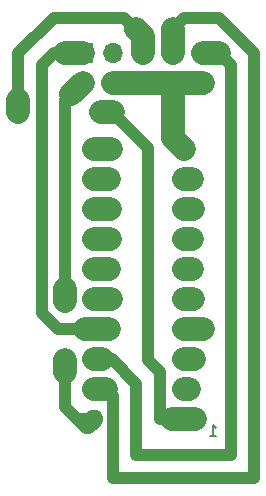
<source format=gbr>
%TF.GenerationSoftware,KiCad,Pcbnew,5.1.9*%
%TF.CreationDate,2021-06-26T11:33:51+02:00*%
%TF.ProjectId,burner,6275726e-6572-42e6-9b69-6361645f7063,rev?*%
%TF.SameCoordinates,Original*%
%TF.FileFunction,Copper,L2,Bot*%
%TF.FilePolarity,Positive*%
%FSLAX46Y46*%
G04 Gerber Fmt 4.6, Leading zero omitted, Abs format (unit mm)*
G04 Created by KiCad (PCBNEW 5.1.9) date 2021-06-26 11:33:51*
%MOMM*%
%LPD*%
G01*
G04 APERTURE LIST*
%TA.AperFunction,NonConductor*%
%ADD10C,0.200000*%
%TD*%
%TA.AperFunction,ComponentPad*%
%ADD11O,1.600000X1.600000*%
%TD*%
%TA.AperFunction,ComponentPad*%
%ADD12R,1.600000X1.600000*%
%TD*%
%TA.AperFunction,ComponentPad*%
%ADD13O,1.700000X1.700000*%
%TD*%
%TA.AperFunction,ComponentPad*%
%ADD14R,1.700000X1.700000*%
%TD*%
%TA.AperFunction,ViaPad*%
%ADD15C,0.800000*%
%TD*%
%TA.AperFunction,Conductor*%
%ADD16C,2.000000*%
%TD*%
%TA.AperFunction,Conductor*%
%ADD17C,1.000000*%
%TD*%
G04 APERTURE END LIST*
D10*
X143214285Y-116452380D02*
X143785714Y-116452380D01*
X143500000Y-116452380D02*
X143500000Y-115452380D01*
X143595238Y-115595238D01*
X143690476Y-115690476D01*
X143785714Y-115738095D01*
D11*
%TO.P,U1,20*%
%TO.N,/+5V*%
X133380000Y-115000000D03*
%TO.P,U1,10*%
%TO.N,/GND*%
X141000000Y-92140000D03*
%TO.P,U1,19*%
%TO.N,/SCK*%
X133380000Y-112460000D03*
%TO.P,U1,9*%
%TO.N,Net-(U1-Pad9)*%
X141000000Y-94680000D03*
%TO.P,U1,18*%
%TO.N,/MISO*%
X133380000Y-109920000D03*
%TO.P,U1,8*%
%TO.N,Net-(U1-Pad8)*%
X141000000Y-97220000D03*
%TO.P,U1,17*%
%TO.N,/MOSI*%
X133380000Y-107380000D03*
%TO.P,U1,7*%
%TO.N,Net-(U1-Pad7)*%
X141000000Y-99760000D03*
%TO.P,U1,16*%
%TO.N,Net-(U1-Pad16)*%
X133380000Y-104840000D03*
%TO.P,U1,6*%
%TO.N,Net-(U1-Pad6)*%
X141000000Y-102300000D03*
%TO.P,U1,15*%
%TO.N,Net-(U1-Pad15)*%
X133380000Y-102300000D03*
%TO.P,U1,5*%
%TO.N,Net-(U1-Pad5)*%
X141000000Y-104840000D03*
%TO.P,U1,14*%
%TO.N,Net-(U1-Pad14)*%
X133380000Y-99760000D03*
%TO.P,U1,4*%
%TO.N,Net-(U1-Pad4)*%
X141000000Y-107380000D03*
%TO.P,U1,13*%
%TO.N,Net-(U1-Pad13)*%
X133380000Y-97220000D03*
%TO.P,U1,3*%
%TO.N,Net-(U1-Pad3)*%
X141000000Y-109920000D03*
%TO.P,U1,12*%
%TO.N,Net-(U1-Pad12)*%
X133380000Y-94680000D03*
%TO.P,U1,2*%
%TO.N,Net-(U1-Pad2)*%
X141000000Y-112460000D03*
%TO.P,U1,11*%
%TO.N,Net-(U1-Pad11)*%
X133380000Y-92140000D03*
D12*
%TO.P,U1,1*%
%TO.N,/RESET*%
X141000000Y-115000000D03*
%TD*%
D13*
%TO.P,J1,10*%
%TO.N,/GND*%
X142620000Y-86540000D03*
%TO.P,J1,9*%
%TO.N,/MISO*%
X142620000Y-84000000D03*
%TO.P,J1,8*%
%TO.N,/GND*%
X140080000Y-86540000D03*
%TO.P,J1,7*%
%TO.N,/SCK*%
X140080000Y-84000000D03*
%TO.P,J1,6*%
%TO.N,/GND*%
X137540000Y-86540000D03*
%TO.P,J1,5*%
%TO.N,/RESET*%
X137540000Y-84000000D03*
%TO.P,J1,4*%
%TO.N,/GND*%
X135000000Y-86540000D03*
%TO.P,J1,3*%
%TO.N,Net-(J1-Pad3)*%
X135000000Y-84000000D03*
%TO.P,J1,2*%
%TO.N,/+5V*%
X132460000Y-86540000D03*
D14*
%TO.P,J1,1*%
%TO.N,/MOSI*%
X132460000Y-84000000D03*
%TD*%
D15*
%TO.N,/RESET*%
X134000000Y-89000000D03*
X127000000Y-89000000D03*
%TO.N,/+5V*%
X131000000Y-105000000D03*
X131000000Y-110000000D03*
%TD*%
D16*
%TO.N,/GND*%
X135000000Y-86540000D02*
X137540000Y-86540000D01*
X137540000Y-86540000D02*
X140080000Y-86540000D01*
X140080000Y-86540000D02*
X142620000Y-86540000D01*
X140080000Y-91220000D02*
X141000000Y-92140000D01*
X140080000Y-86540000D02*
X140080000Y-91220000D01*
%TO.N,/MISO*%
X142620000Y-84000000D02*
X144000000Y-84000000D01*
X133380000Y-109920000D02*
X134080000Y-109920000D01*
D17*
X144000000Y-84000000D02*
X145000000Y-85000000D01*
X145000000Y-85000000D02*
X145000000Y-118000000D01*
X137000000Y-118000000D02*
X137000000Y-112000000D01*
X145000000Y-118000000D02*
X137000000Y-118000000D01*
X137000000Y-112000000D02*
X134920000Y-109920000D01*
X134920000Y-109920000D02*
X134080000Y-109920000D01*
D16*
%TO.N,/SCK*%
X140080000Y-84000000D02*
X140080000Y-81920000D01*
X133380000Y-112460000D02*
X134460000Y-112460000D01*
D17*
X134460000Y-112460000D02*
X135000000Y-113000000D01*
X135000000Y-113000000D02*
X135000000Y-120000000D01*
X147000000Y-120000000D02*
X147000000Y-84000000D01*
X135000000Y-120000000D02*
X147000000Y-120000000D01*
X147000000Y-84000000D02*
X144000000Y-81000000D01*
X144000000Y-81000000D02*
X141000000Y-81000000D01*
X141000000Y-81000000D02*
X140080000Y-81920000D01*
%TO.N,/RESET*%
X136000000Y-81000000D02*
X130000000Y-81000000D01*
X130000000Y-81000000D02*
X127000000Y-84000000D01*
D16*
X137540000Y-84000000D02*
X137540000Y-83540000D01*
D17*
X137540000Y-83540000D02*
X137540000Y-82540000D01*
D16*
X137540000Y-82540000D02*
X137000000Y-82000000D01*
X137540000Y-84000000D02*
X137540000Y-82540000D01*
D17*
X137000000Y-82000000D02*
X136000000Y-81000000D01*
D16*
X141000000Y-115000000D02*
X140000000Y-115000000D01*
X141000000Y-115000000D02*
X142000000Y-115000000D01*
D17*
X138000000Y-92000000D02*
X136000000Y-90000000D01*
X139000000Y-111000000D02*
X138000000Y-110000000D01*
X139000000Y-115000000D02*
X139000000Y-111000000D01*
X138000000Y-110000000D02*
X138000000Y-92000000D01*
X140000000Y-115000000D02*
X139000000Y-115000000D01*
X136000000Y-90000000D02*
X135000000Y-89000000D01*
X127000000Y-84000000D02*
X127000000Y-89000000D01*
D16*
X134000000Y-89000000D02*
X134000000Y-89000000D01*
X127000000Y-88000000D02*
X127000000Y-89000000D01*
X134000000Y-89000000D02*
X135000000Y-89000000D01*
D17*
X127000000Y-89000000D02*
X127000000Y-89000000D01*
D16*
%TO.N,/+5V*%
X132460000Y-86540000D02*
X131500000Y-87500000D01*
D17*
X131500000Y-87500000D02*
X131000000Y-88000000D01*
X131000000Y-105000000D02*
X131000000Y-105000000D01*
X131000000Y-110000000D02*
X131000000Y-110000000D01*
D16*
X131000000Y-105000000D02*
X131000000Y-104000000D01*
D17*
X131000000Y-88000000D02*
X131000000Y-104000000D01*
D16*
X131000000Y-110000000D02*
X131000000Y-111000000D01*
D17*
X131000000Y-114000000D02*
X131000000Y-111000000D01*
X132760000Y-115760000D02*
X131000000Y-114000000D01*
X133000000Y-115760000D02*
X132760000Y-115760000D01*
X133380000Y-115380000D02*
X133000000Y-115760000D01*
X133380000Y-115000000D02*
X133380000Y-115380000D01*
X133380000Y-115000000D02*
X132000000Y-115000000D01*
%TO.N,/MOSI*%
X130000000Y-84000000D02*
X129000000Y-85000000D01*
X129000000Y-85000000D02*
X129000000Y-106000000D01*
X129000000Y-106000000D02*
X130380000Y-107380000D01*
D16*
X132460000Y-84000000D02*
X131000000Y-84000000D01*
D17*
X131000000Y-84000000D02*
X130000000Y-84000000D01*
D16*
X133380000Y-107380000D02*
X132620000Y-107380000D01*
D17*
X130380000Y-107380000D02*
X132620000Y-107380000D01*
D16*
X133380000Y-107380000D02*
X134651283Y-107380000D01*
%TO.N,Net-(U1-Pad9)*%
X141000000Y-94680000D02*
X141680000Y-94680000D01*
%TO.N,Net-(U1-Pad8)*%
X141000000Y-97220000D02*
X141780000Y-97220000D01*
%TO.N,Net-(U1-Pad7)*%
X141000000Y-99760000D02*
X141760000Y-99760000D01*
%TO.N,Net-(U1-Pad16)*%
X133380000Y-104840000D02*
X133840000Y-104840000D01*
X133380000Y-104840000D02*
X134840000Y-104840000D01*
%TO.N,Net-(U1-Pad6)*%
X141000000Y-102300000D02*
X141300000Y-102300000D01*
X141000000Y-102300000D02*
X141700000Y-102300000D01*
%TO.N,Net-(U1-Pad15)*%
X133380000Y-102300000D02*
X133700000Y-102300000D01*
X133380000Y-102300000D02*
X134700000Y-102300000D01*
%TO.N,Net-(U1-Pad5)*%
X141000000Y-104840000D02*
X141840000Y-104840000D01*
%TO.N,Net-(U1-Pad14)*%
X133380000Y-99760000D02*
X133760000Y-99760000D01*
X133380000Y-99760000D02*
X134760000Y-99760000D01*
%TO.N,Net-(U1-Pad4)*%
X141000000Y-107380000D02*
X142620000Y-107380000D01*
%TO.N,Net-(U1-Pad13)*%
X133380000Y-97220000D02*
X134780000Y-97220000D01*
%TO.N,Net-(U1-Pad3)*%
X141000000Y-109920000D02*
X141920000Y-109920000D01*
%TO.N,Net-(U1-Pad12)*%
X133380000Y-94680000D02*
X134680000Y-94680000D01*
%TO.N,Net-(U1-Pad2)*%
X141000000Y-112460000D02*
X141460000Y-112460000D01*
%TO.N,Net-(U1-Pad11)*%
X133380000Y-92140000D02*
X134860000Y-92140000D01*
%TD*%
M02*

</source>
